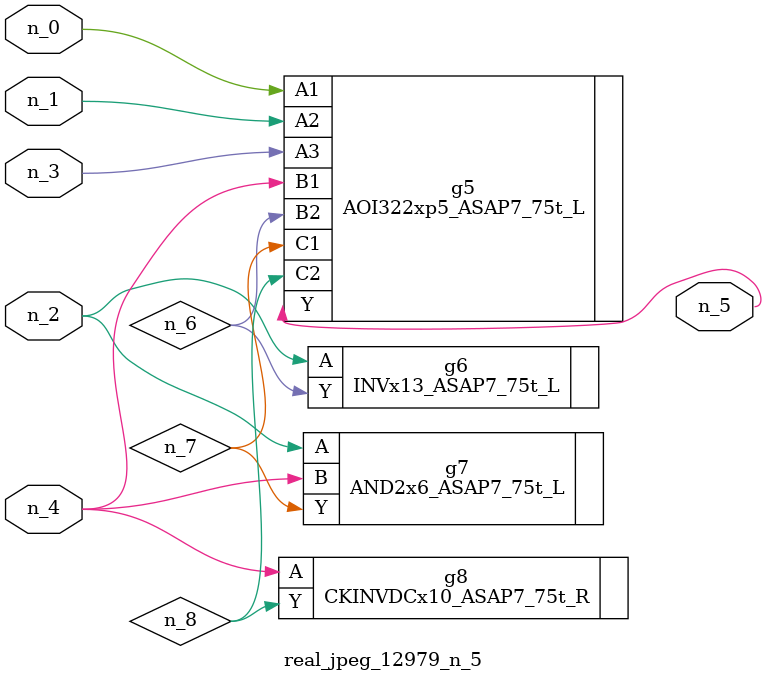
<source format=v>
module real_jpeg_12979_n_5 (n_4, n_0, n_1, n_2, n_3, n_5);

input n_4;
input n_0;
input n_1;
input n_2;
input n_3;

output n_5;

wire n_8;
wire n_6;
wire n_7;

AOI322xp5_ASAP7_75t_L g5 ( 
.A1(n_0),
.A2(n_1),
.A3(n_3),
.B1(n_4),
.B2(n_6),
.C1(n_7),
.C2(n_8),
.Y(n_5)
);

INVx13_ASAP7_75t_L g6 ( 
.A(n_2),
.Y(n_6)
);

AND2x6_ASAP7_75t_L g7 ( 
.A(n_2),
.B(n_4),
.Y(n_7)
);

CKINVDCx10_ASAP7_75t_R g8 ( 
.A(n_4),
.Y(n_8)
);


endmodule
</source>
